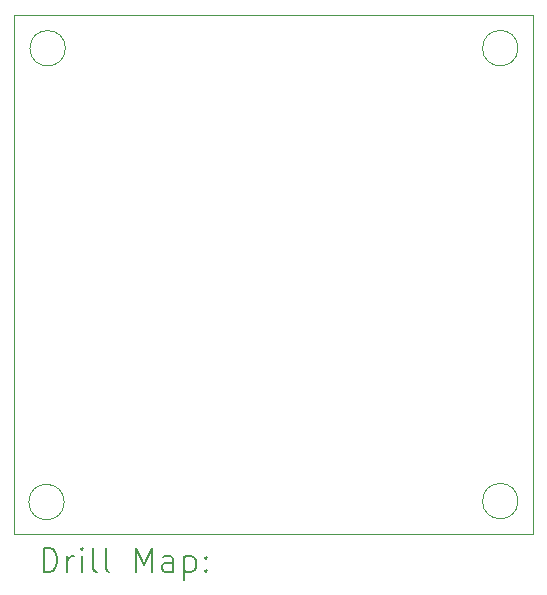
<source format=gbr>
%TF.GenerationSoftware,KiCad,Pcbnew,7.0.7*%
%TF.CreationDate,2024-07-20T22:06:39+09:00*%
%TF.ProjectId,l298n_copy,6c323938-6e5f-4636-9f70-792e6b696361,rev?*%
%TF.SameCoordinates,Original*%
%TF.FileFunction,Drillmap*%
%TF.FilePolarity,Positive*%
%FSLAX45Y45*%
G04 Gerber Fmt 4.5, Leading zero omitted, Abs format (unit mm)*
G04 Created by KiCad (PCBNEW 7.0.7) date 2024-07-20 22:06:39*
%MOMM*%
%LPD*%
G01*
G04 APERTURE LIST*
%ADD10C,0.100000*%
%ADD11C,0.200000*%
G04 APERTURE END LIST*
D10*
X11400000Y-7000000D02*
X7000000Y-7000000D01*
X7000000Y-7000000D02*
X7000000Y-11400000D01*
X11400000Y-11400000D02*
X11400000Y-7000000D01*
X11270000Y-7283000D02*
G75*
G03*
X11270000Y-7283000I-150000J0D01*
G01*
X7428000Y-11126000D02*
G75*
G03*
X7428000Y-11126000I-150000J0D01*
G01*
X7000000Y-11400000D02*
X11400000Y-11400000D01*
X11270000Y-11118000D02*
G75*
G03*
X11270000Y-11118000I-150000J0D01*
G01*
X7438000Y-7284000D02*
G75*
G03*
X7438000Y-7284000I-150000J0D01*
G01*
D11*
X7255777Y-11716484D02*
X7255777Y-11516484D01*
X7255777Y-11516484D02*
X7303396Y-11516484D01*
X7303396Y-11516484D02*
X7331967Y-11526008D01*
X7331967Y-11526008D02*
X7351015Y-11545055D01*
X7351015Y-11545055D02*
X7360539Y-11564103D01*
X7360539Y-11564103D02*
X7370062Y-11602198D01*
X7370062Y-11602198D02*
X7370062Y-11630769D01*
X7370062Y-11630769D02*
X7360539Y-11668865D01*
X7360539Y-11668865D02*
X7351015Y-11687912D01*
X7351015Y-11687912D02*
X7331967Y-11706960D01*
X7331967Y-11706960D02*
X7303396Y-11716484D01*
X7303396Y-11716484D02*
X7255777Y-11716484D01*
X7455777Y-11716484D02*
X7455777Y-11583150D01*
X7455777Y-11621246D02*
X7465301Y-11602198D01*
X7465301Y-11602198D02*
X7474824Y-11592674D01*
X7474824Y-11592674D02*
X7493872Y-11583150D01*
X7493872Y-11583150D02*
X7512920Y-11583150D01*
X7579586Y-11716484D02*
X7579586Y-11583150D01*
X7579586Y-11516484D02*
X7570062Y-11526008D01*
X7570062Y-11526008D02*
X7579586Y-11535531D01*
X7579586Y-11535531D02*
X7589110Y-11526008D01*
X7589110Y-11526008D02*
X7579586Y-11516484D01*
X7579586Y-11516484D02*
X7579586Y-11535531D01*
X7703396Y-11716484D02*
X7684348Y-11706960D01*
X7684348Y-11706960D02*
X7674824Y-11687912D01*
X7674824Y-11687912D02*
X7674824Y-11516484D01*
X7808158Y-11716484D02*
X7789110Y-11706960D01*
X7789110Y-11706960D02*
X7779586Y-11687912D01*
X7779586Y-11687912D02*
X7779586Y-11516484D01*
X8036729Y-11716484D02*
X8036729Y-11516484D01*
X8036729Y-11516484D02*
X8103396Y-11659341D01*
X8103396Y-11659341D02*
X8170062Y-11516484D01*
X8170062Y-11516484D02*
X8170062Y-11716484D01*
X8351015Y-11716484D02*
X8351015Y-11611722D01*
X8351015Y-11611722D02*
X8341491Y-11592674D01*
X8341491Y-11592674D02*
X8322443Y-11583150D01*
X8322443Y-11583150D02*
X8284348Y-11583150D01*
X8284348Y-11583150D02*
X8265301Y-11592674D01*
X8351015Y-11706960D02*
X8331967Y-11716484D01*
X8331967Y-11716484D02*
X8284348Y-11716484D01*
X8284348Y-11716484D02*
X8265301Y-11706960D01*
X8265301Y-11706960D02*
X8255777Y-11687912D01*
X8255777Y-11687912D02*
X8255777Y-11668865D01*
X8255777Y-11668865D02*
X8265301Y-11649817D01*
X8265301Y-11649817D02*
X8284348Y-11640293D01*
X8284348Y-11640293D02*
X8331967Y-11640293D01*
X8331967Y-11640293D02*
X8351015Y-11630769D01*
X8446253Y-11583150D02*
X8446253Y-11783150D01*
X8446253Y-11592674D02*
X8465301Y-11583150D01*
X8465301Y-11583150D02*
X8503396Y-11583150D01*
X8503396Y-11583150D02*
X8522444Y-11592674D01*
X8522444Y-11592674D02*
X8531967Y-11602198D01*
X8531967Y-11602198D02*
X8541491Y-11621246D01*
X8541491Y-11621246D02*
X8541491Y-11678388D01*
X8541491Y-11678388D02*
X8531967Y-11697436D01*
X8531967Y-11697436D02*
X8522444Y-11706960D01*
X8522444Y-11706960D02*
X8503396Y-11716484D01*
X8503396Y-11716484D02*
X8465301Y-11716484D01*
X8465301Y-11716484D02*
X8446253Y-11706960D01*
X8627205Y-11697436D02*
X8636729Y-11706960D01*
X8636729Y-11706960D02*
X8627205Y-11716484D01*
X8627205Y-11716484D02*
X8617682Y-11706960D01*
X8617682Y-11706960D02*
X8627205Y-11697436D01*
X8627205Y-11697436D02*
X8627205Y-11716484D01*
X8627205Y-11592674D02*
X8636729Y-11602198D01*
X8636729Y-11602198D02*
X8627205Y-11611722D01*
X8627205Y-11611722D02*
X8617682Y-11602198D01*
X8617682Y-11602198D02*
X8627205Y-11592674D01*
X8627205Y-11592674D02*
X8627205Y-11611722D01*
M02*

</source>
